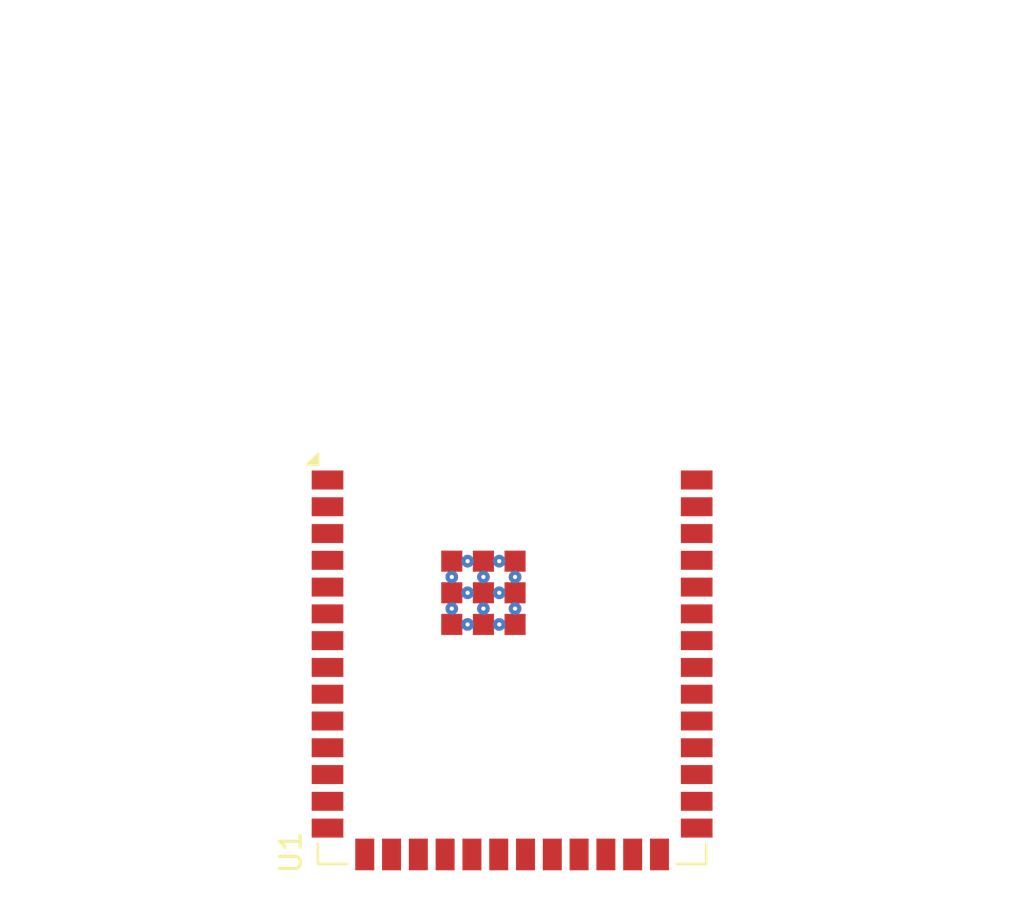
<source format=kicad_pcb>
(kicad_pcb (version 20241229) (generator "pcbnew") (generator_version "9.0")
  (layers (0 "F.Cu" signal) (2 "B.Cu" signal) (13 "F.Paste" user) (15 "B.Paste" user) (5 "F.SilkS" user "F.Silkscreen") (7 "B.SilkS" user "B.Silkscreen") (1 "F.Mask" user) (3 "B.Mask" user) (25 "Edge.Cuts" user))
  (net 0 "")
  (net 6 "Net-(U1-GND-Pad1)")
  (footprint "RF_Module:ESP32-S3-WROOM-2" (layer "F.Cu") (at 73.25 77.05)
    (property "Reference" "U1" (at -10.5 13.5 90) (layer "F.SilkS") (effects (justify left)))
    (property "Value" "ESP32-S3-WROOM-2")
    (fp_line (start -9.2 12.95) (end -9.2 12) (stroke (width 0.12)) (layer "F.SilkS"))
    (fp_line (start -7.8 12.95) (end -9.2 12.95) (stroke (width 0.12)) (layer "F.SilkS"))
    (fp_line (start 7.8 12.95) (end 9.2 12.95) (stroke (width 0.12)) (layer "F.SilkS"))
    (fp_line (start 9.2 12.95) (end 9.2 12) (stroke (width 0.12)) (layer "F.SilkS"))
    (fp_poly (pts (xy -9.2 -6) (xy -9.7 -6) (xy -9.2 -6.5) (xy -9.2 -6)) (stroke (width 0.12)) (fill yes) (layer "F.SilkS"))
    (pad "1" smd rect (at -8.75 -5.26) (size 1.5 0.9) (layers "F.Cu" "F.Mask" "F.Paste") (net 6 "Net-(U1-GND-Pad1)"))
    (pad "2" smd rect (at -8.75 -3.99) (size 1.5 0.9) (layers "F.Cu" "F.Mask" "F.Paste"))
    (pad "3" smd rect (at -8.75 -2.72) (size 1.5 0.9) (layers "F.Cu" "F.Mask" "F.Paste"))
    (pad "4" smd rect (at -8.75 -1.45) (size 1.5 0.9) (layers "F.Cu" "F.Mask" "F.Paste"))
    (pad "5" smd rect (at -8.75 -0.18) (size 1.5 0.9) (layers "F.Cu" "F.Mask" "F.Paste"))
    (pad "6" smd rect (at -8.75 1.09) (size 1.5 0.9) (layers "F.Cu" "F.Mask" "F.Paste"))
    (pad "7" smd rect (at -8.75 2.36) (size 1.5 0.9) (layers "F.Cu" "F.Mask" "F.Paste"))
    (pad "8" smd rect (at -8.75 3.63) (size 1.5 0.9) (layers "F.Cu" "F.Mask" "F.Paste"))
    (pad "9" smd rect (at -8.75 4.9) (size 1.5 0.9) (layers "F.Cu" "F.Mask" "F.Paste"))
    (pad "10" smd rect (at -8.75 6.17) (size 1.5 0.9) (layers "F.Cu" "F.Mask" "F.Paste"))
    (pad "11" smd rect (at -8.75 7.44) (size 1.5 0.9) (layers "F.Cu" "F.Mask" "F.Paste"))
    (pad "12" smd rect (at -8.75 8.71) (size 1.5 0.9) (layers "F.Cu" "F.Mask" "F.Paste"))
    (pad "13" smd rect (at -8.75 9.98) (size 1.5 0.9) (layers "F.Cu" "F.Mask" "F.Paste"))
    (pad "14" smd rect (at -8.75 11.25) (size 1.5 0.9) (layers "F.Cu" "F.Mask" "F.Paste"))
    (pad "15" smd rect (at -6.985 12.5 90) (size 1.5 0.9) (layers "F.Cu" "F.Mask" "F.Paste"))
    (pad "16" smd rect (at -5.715 12.5 90) (size 1.5 0.9) (layers "F.Cu" "F.Mask" "F.Paste"))
    (pad "17" smd rect (at -4.445 12.5 90) (size 1.5 0.9) (layers "F.Cu" "F.Mask" "F.Paste"))
    (pad "18" smd rect (at -3.175 12.5 90) (size 1.5 0.9) (layers "F.Cu" "F.Mask" "F.Paste"))
    (pad "19" smd rect (at -1.905 12.5 90) (size 1.5 0.9) (layers "F.Cu" "F.Mask" "F.Paste"))
    (pad "20" smd rect (at -0.635 12.5 90) (size 1.5 0.9) (layers "F.Cu" "F.Mask" "F.Paste"))
    (pad "21" smd rect (at 0.635 12.5 90) (size 1.5 0.9) (layers "F.Cu" "F.Mask" "F.Paste"))
    (pad "22" smd rect (at 1.905 12.5 90) (size 1.5 0.9) (layers "F.Cu" "F.Mask" "F.Paste"))
    (pad "23" smd rect (at 3.175 12.5 90) (size 1.5 0.9) (layers "F.Cu" "F.Mask" "F.Paste"))
    (pad "24" smd rect (at 4.445 12.5 90) (size 1.5 0.9) (layers "F.Cu" "F.Mask" "F.Paste"))
    (pad "25" smd rect (at 5.715 12.5 90) (size 1.5 0.9) (layers "F.Cu" "F.Mask" "F.Paste"))
    (pad "26" smd rect (at 6.985 12.5 90) (size 1.5 0.9) (layers "F.Cu" "F.Mask" "F.Paste"))
    (pad "27" smd rect (at 8.75 11.25) (size 1.5 0.9) (layers "F.Cu" "F.Mask" "F.Paste"))
    (pad "28" smd rect (at 8.75 9.98) (size 1.5 0.9) (layers "F.Cu" "F.Mask" "F.Paste"))
    (pad "29" smd rect (at 8.75 8.71) (size 1.5 0.9) (layers "F.Cu" "F.Mask" "F.Paste"))
    (pad "30" smd rect (at 8.75 7.44) (size 1.5 0.9) (layers "F.Cu" "F.Mask" "F.Paste"))
    (pad "31" smd rect (at 8.75 6.17) (size 1.5 0.9) (layers "F.Cu" "F.Mask" "F.Paste"))
    (pad "32" smd rect (at 8.75 4.9) (size 1.5 0.9) (layers "F.Cu" "F.Mask" "F.Paste"))
    (pad "33" smd rect (at 8.75 3.63) (size 1.5 0.9) (layers "F.Cu" "F.Mask" "F.Paste"))
    (pad "34" smd rect (at 8.75 2.36) (size 1.5 0.9) (layers "F.Cu" "F.Mask" "F.Paste"))
    (pad "35" smd rect (at 8.75 1.09) (size 1.5 0.9) (layers "F.Cu" "F.Mask" "F.Paste"))
    (pad "36" smd rect (at 8.75 -0.18) (size 1.5 0.9) (layers "F.Cu" "F.Mask" "F.Paste"))
    (pad "37" smd rect (at 8.75 -1.45) (size 1.5 0.9) (layers "F.Cu" "F.Mask" "F.Paste"))
    (pad "38" smd rect (at 8.75 -2.72) (size 1.5 0.9) (layers "F.Cu" "F.Mask" "F.Paste"))
    (pad "39" smd rect (at 8.75 -3.99) (size 1.5 0.9) (layers "F.Cu" "F.Mask" "F.Paste"))
    (pad "40" smd rect (at 8.75 -5.26) (size 1.5 0.9) (layers "F.Cu" "F.Mask" "F.Paste") (net 6 "Net-(U1-GND-Pad1)"))
    (pad "41" smd rect (at -2.86 -1.41) (size 1 1) (property pad_prop_heatsink) (layers "F.Cu" "F.Mask" "F.Paste") (net 6 "Net-(U1-GND-Pad1)"))
    (pad "41" thru_hole circle (at -2.86 -0.66) (size 0.6 0.6) (drill 0.2) (property pad_prop_heatsink) (layers "*.Cu" "*.Mask") (net 6 "Net-(U1-GND-Pad1)"))
    (pad "41" smd rect (at -2.86 0.09) (size 1 1) (property pad_prop_heatsink) (layers "F.Cu" "F.Mask" "F.Paste") (net 6 "Net-(U1-GND-Pad1)"))
    (pad "41" thru_hole circle (at -2.86 0.84) (size 0.6 0.6) (drill 0.2) (property pad_prop_heatsink) (layers "*.Cu" "*.Mask") (net 6 "Net-(U1-GND-Pad1)"))
    (pad "41" smd rect (at -2.86 1.59) (size 1 1) (property pad_prop_heatsink) (layers "F.Cu" "F.Mask" "F.Paste") (net 6 "Net-(U1-GND-Pad1)"))
    (pad "41" thru_hole circle (at -2.11 -1.41) (size 0.6 0.6) (drill 0.2) (property pad_prop_heatsink) (layers "*.Cu" "*.Mask") (net 6 "Net-(U1-GND-Pad1)"))
    (pad "41" thru_hole circle (at -2.11 0.09) (size 0.6 0.6) (drill 0.2) (property pad_prop_heatsink) (layers "*.Cu" "*.Mask") (net 6 "Net-(U1-GND-Pad1)"))
    (pad "41" thru_hole circle (at -2.11 1.59) (size 0.6 0.6) (drill 0.2) (property pad_prop_heatsink) (layers "*.Cu" "*.Mask") (net 6 "Net-(U1-GND-Pad1)"))
    (pad "41" smd rect (at -1.36 -1.41) (size 1 1) (property pad_prop_heatsink) (layers "F.Cu" "F.Mask" "F.Paste") (net 6 "Net-(U1-GND-Pad1)"))
    (pad "41" thru_hole circle (at -1.36 -0.66) (size 0.6 0.6) (drill 0.2) (property pad_prop_heatsink) (layers "*.Cu" "*.Mask") (net 6 "Net-(U1-GND-Pad1)"))
    (pad "41" smd rect (at -1.36 0.09) (size 1 1) (property pad_prop_heatsink) (layers "F.Cu" "F.Mask" "F.Paste") (net 6 "Net-(U1-GND-Pad1)"))
    (pad "41" thru_hole circle (at -1.36 0.84) (size 0.6 0.6) (drill 0.2) (property pad_prop_heatsink) (layers "*.Cu" "*.Mask") (net 6 "Net-(U1-GND-Pad1)"))
    (pad "41" smd rect (at -1.36 1.59) (size 1 1) (property pad_prop_heatsink) (layers "F.Cu" "F.Mask" "F.Paste") (net 6 "Net-(U1-GND-Pad1)"))
    (pad "41" thru_hole circle (at -0.61 -1.41) (size 0.6 0.6) (drill 0.2) (property pad_prop_heatsink) (layers "*.Cu" "*.Mask") (net 6 "Net-(U1-GND-Pad1)"))
    (pad "41" thru_hole circle (at -0.61 0.09) (size 0.6 0.6) (drill 0.2) (property pad_prop_heatsink) (layers "*.Cu" "*.Mask") (net 6 "Net-(U1-GND-Pad1)"))
    (pad "41" thru_hole circle (at -0.61 1.59) (size 0.6 0.6) (drill 0.2) (property pad_prop_heatsink) (layers "*.Cu" "*.Mask") (net 6 "Net-(U1-GND-Pad1)"))
    (pad "41" smd rect (at 0.14 -1.41) (size 1 1) (property pad_prop_heatsink) (layers "F.Cu" "F.Mask" "F.Paste") (net 6 "Net-(U1-GND-Pad1)"))
    (pad "41" thru_hole circle (at 0.14 -0.66) (size 0.6 0.6) (drill 0.2) (property pad_prop_heatsink) (layers "*.Cu" "*.Mask") (net 6 "Net-(U1-GND-Pad1)"))
    (pad "41" smd rect (at 0.14 0.09) (size 1 1) (property pad_prop_heatsink) (layers "F.Cu" "F.Mask" "F.Paste") (net 6 "Net-(U1-GND-Pad1)"))
    (pad "41" thru_hole circle (at 0.14 0.84) (size 0.6 0.6) (drill 0.2) (property pad_prop_heatsink) (layers "*.Cu" "*.Mask") (net 6 "Net-(U1-GND-Pad1)"))
    (pad "41" smd rect (at 0.14 1.59) (size 1 1) (property pad_prop_heatsink) (layers "F.Cu" "F.Mask" "F.Paste") (net 6 "Net-(U1-GND-Pad1)"))
  )
)
</source>
